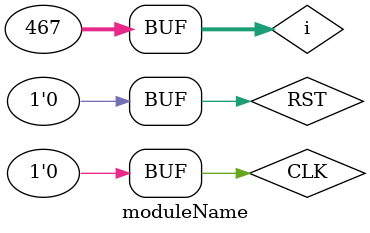
<source format=v>
`timescale 1ps/1ps
module moduleName ();

reg CLK;
wire [31:0] OUT;
reg RST;
integer i;
SingleCpu SingleCpu1 (.CLK(CLK), .RST(RST), .OUT(OUT));

initial begin
    RST = 1;
    CLK = 0;
    #0.5;
    CLK = 1;
    #0.5;
    RST = 0;
    CLK = 0;
    #0.5;
    for(i=0; i<467; i=i+1) begin
        CLK = 1;
        #0.5;
        CLK = 0;
        #0.5;
    end


end
// iverilog -o test Vr_inst_mem.v SingleCpu.v SingleCpu_tb.v Vr_register_file.v SignedExtension.v Vr_data_mem.v Control.v ALUcontrol.v mux.v ALU.v Shift.v ALU_ADD.v PC.v ADD_4.v ANDGATE.v 

// always begin
//     #6 CLK=0;
//     #4 CLK=1;
// end

    
endmodule
</source>
